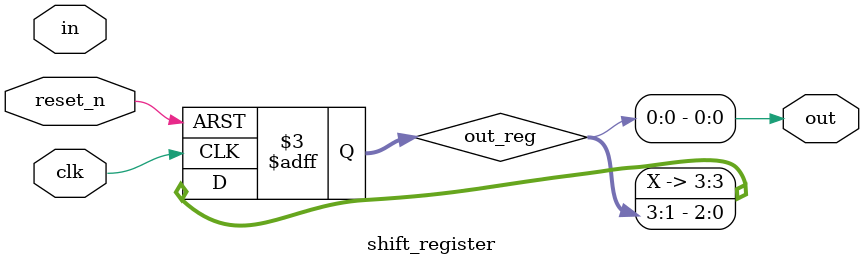
<source format=v>
module shift_register(
  input in,
  input clk,
  input reset_n,
  output out
);

  reg [3:0] out_reg;

  always@(posedge clk or negedge reset_n) begin
    if(!reset_n) begin
      out_reg <= 0;    
    end
    else begin
      out_reg = {in[0], out_reg[7:1]};
    end
  end

  assign out = out_reg[0];

endmodule

</source>
